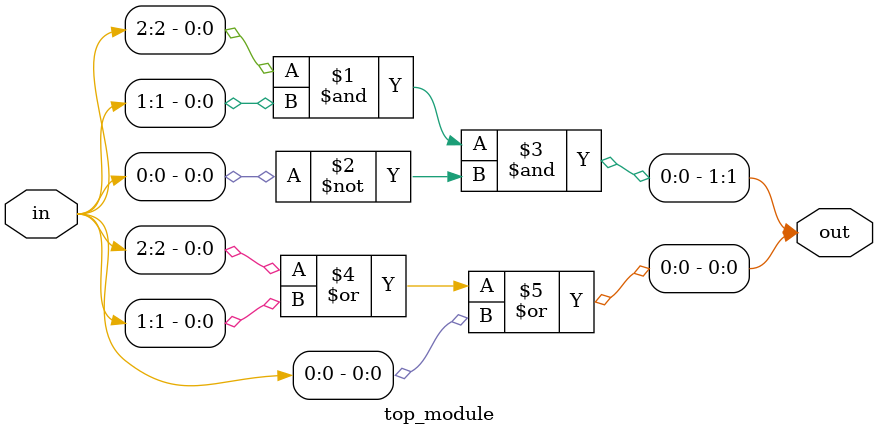
<source format=sv>
module top_module (
	input [2:0] in,
	output [1:0] out
);
    // Add your code here
    
    // Logic to calculate the sum of the input bits
	assign out[1] = in[2] & in[1] & ~in[0];
	assign out[0] = in[2] | in[1] | in[0];
    
endmodule

</source>
